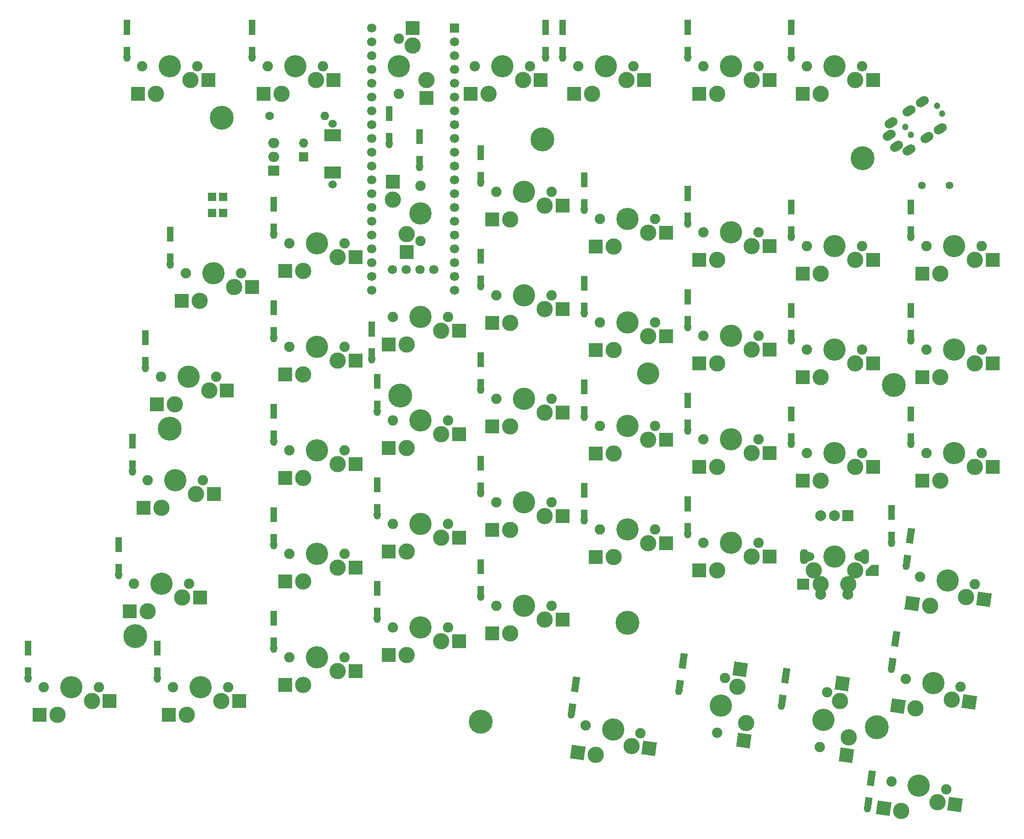
<source format=gbs>
%TF.GenerationSoftware,KiCad,Pcbnew,(6.0.5-0)*%
%TF.CreationDate,2023-01-19T18:27:40-08:00*%
%TF.ProjectId,ergodonk_pcb,6572676f-646f-46e6-9b5f-7063622e6b69,rev?*%
%TF.SameCoordinates,Original*%
%TF.FileFunction,Soldermask,Bot*%
%TF.FilePolarity,Negative*%
%FSLAX46Y46*%
G04 Gerber Fmt 4.6, Leading zero omitted, Abs format (unit mm)*
G04 Created by KiCad (PCBNEW (6.0.5-0)) date 2023-01-19 18:27:40*
%MOMM*%
%LPD*%
G01*
G04 APERTURE LIST*
G04 Aperture macros list*
%AMHorizOval*
0 Thick line with rounded ends*
0 $1 width*
0 $2 $3 position (X,Y) of the first rounded end (center of the circle)*
0 $4 $5 position (X,Y) of the second rounded end (center of the circle)*
0 Add line between two ends*
20,1,$1,$2,$3,$4,$5,0*
0 Add two circle primitives to create the rounded ends*
1,1,$1,$2,$3*
1,1,$1,$4,$5*%
%AMRotRect*
0 Rectangle, with rotation*
0 The origin of the aperture is its center*
0 $1 length*
0 $2 width*
0 $3 Rotation angle, in degrees counterclockwise*
0 Add horizontal line*
21,1,$1,$2,0,0,$3*%
%AMOutline5P*
0 Free polygon, 5 corners , with rotation*
0 The origin of the aperture is its center*
0 number of corners: always 5*
0 $1 to $10 corner X, Y*
0 $11 Rotation angle, in degrees counterclockwise*
0 create outline with 5 corners*
4,1,5,$1,$2,$3,$4,$5,$6,$7,$8,$9,$10,$1,$2,$11*%
%AMOutline6P*
0 Free polygon, 6 corners , with rotation*
0 The origin of the aperture is its center*
0 number of corners: always 6*
0 $1 to $12 corner X, Y*
0 $13 Rotation angle, in degrees counterclockwise*
0 create outline with 6 corners*
4,1,6,$1,$2,$3,$4,$5,$6,$7,$8,$9,$10,$11,$12,$1,$2,$13*%
%AMOutline7P*
0 Free polygon, 7 corners , with rotation*
0 The origin of the aperture is its center*
0 number of corners: always 7*
0 $1 to $14 corner X, Y*
0 $15 Rotation angle, in degrees counterclockwise*
0 create outline with 7 corners*
4,1,7,$1,$2,$3,$4,$5,$6,$7,$8,$9,$10,$11,$12,$13,$14,$1,$2,$15*%
%AMOutline8P*
0 Free polygon, 8 corners , with rotation*
0 The origin of the aperture is its center*
0 number of corners: always 8*
0 $1 to $16 corner X, Y*
0 $17 Rotation angle, in degrees counterclockwise*
0 create outline with 8 corners*
4,1,8,$1,$2,$3,$4,$5,$6,$7,$8,$9,$10,$11,$12,$13,$14,$15,$16,$1,$2,$17*%
G04 Aperture macros list end*
%ADD10C,3.000000*%
%ADD11C,1.900000*%
%ADD12C,4.100000*%
%ADD13R,2.550000X2.500000*%
%ADD14RotRect,2.550000X2.500000X82.000000*%
%ADD15C,0.700000*%
%ADD16C,4.400000*%
%ADD17R,2.500000X2.550000*%
%ADD18O,1.500000X2.800000*%
%ADD19C,1.700000*%
%ADD20R,2.000000X2.000000*%
%ADD21C,2.000000*%
%ADD22R,2.300000X2.000000*%
%ADD23Outline5P,-1.150000X0.000000X-0.150000X1.000000X1.150000X1.000000X1.150000X-1.000000X-1.150000X-1.000000X0.000000*%
%ADD24RotRect,2.550000X2.500000X352.000000*%
%ADD25R,1.524000X1.524000*%
%ADD26C,1.200000*%
%ADD27HorizOval,1.700000X-0.332394X-0.222518X0.332394X0.222518X0*%
%ADD28C,1.397000*%
%ADD29R,1.300000X1.400000*%
%ADD30R,1.300000X1.778000*%
%ADD31O,1.300000X1.778000*%
%ADD32RotRect,1.778000X1.300000X262.000000*%
%ADD33RotRect,1.400000X1.300000X82.000000*%
%ADD34HorizOval,1.300000X-0.033262X-0.236674X0.033262X0.236674X0*%
%ADD35R,2.000000X1.905000*%
%ADD36O,2.000000X1.905000*%
%ADD37R,3.120000X2.290000*%
%ADD38C,1.524000*%
%ADD39R,1.700000X1.700000*%
%ADD40O,1.700000X1.700000*%
%ADD41C,1.600000*%
%ADD42O,1.600000X1.600000*%
G04 APERTURE END LIST*
D10*
%TO.C,SWLH14*%
X118110000Y-60515000D03*
D11*
X109220000Y-57975000D03*
X119380000Y-57975000D03*
D12*
X114300000Y-57975000D03*
D10*
X111760000Y-63055000D03*
D13*
X121385000Y-60515000D03*
X108458000Y-63055000D03*
%TD*%
D11*
%TO.C,SWLH33*%
X100330000Y-100075000D03*
D12*
X95250000Y-100075000D03*
D10*
X99060000Y-102615000D03*
X92710000Y-105155000D03*
D11*
X90170000Y-100075000D03*
D13*
X102335000Y-102615000D03*
X89408000Y-105155000D03*
%TD*%
D10*
%TO.C,SWLH57*%
X172471125Y-151777315D03*
D11*
X170132594Y-150166175D03*
X168718596Y-160227299D03*
D10*
X174102657Y-158419017D03*
D12*
X169425595Y-155196737D03*
D14*
X172926917Y-148534187D03*
X173643108Y-161688882D03*
%TD*%
D15*
%TO.C,H7*%
X41149000Y-139827000D03*
X41632274Y-140993726D03*
X42799000Y-141477000D03*
X44449000Y-139827000D03*
X43965726Y-138660274D03*
D16*
X42799000Y-139827000D03*
D15*
X41632274Y-138660274D03*
X42799000Y-138177000D03*
X43965726Y-140993726D03*
%TD*%
D11*
%TO.C,SWLH35*%
X138430000Y-101075000D03*
D10*
X137160000Y-103615000D03*
D12*
X133350000Y-101075000D03*
D10*
X130810000Y-106155000D03*
D11*
X128270000Y-101075000D03*
D13*
X140435000Y-103615000D03*
X127508000Y-106155000D03*
%TD*%
D15*
%TO.C,H5*%
X132183274Y-138485476D03*
X134516726Y-138485476D03*
X132183274Y-136152024D03*
X134516726Y-136152024D03*
X131700000Y-137318750D03*
X133350000Y-138968750D03*
X135000000Y-137318750D03*
X133350000Y-135668750D03*
D16*
X133350000Y-137318750D03*
%TD*%
D11*
%TO.C,SWLH12*%
X81280000Y-67475000D03*
X71120000Y-67475000D03*
D10*
X80010000Y-70015000D03*
X73660000Y-72555000D03*
D12*
X76200000Y-67475000D03*
D13*
X83285000Y-70015000D03*
X70358000Y-72555000D03*
%TD*%
D12*
%TO.C,SWLH43*%
X95250000Y-119125000D03*
D10*
X99060000Y-121665000D03*
D11*
X100330000Y-119125000D03*
D10*
X92710000Y-124205000D03*
D11*
X90170000Y-119125000D03*
D13*
X102335000Y-121665000D03*
X89408000Y-124205000D03*
%TD*%
D10*
%TO.C,SWLH2*%
X69660000Y-40005000D03*
D11*
X67120000Y-34925000D03*
D12*
X72200000Y-34925000D03*
D11*
X77280000Y-34925000D03*
D10*
X76010000Y-37465000D03*
D13*
X79285000Y-37465000D03*
X66358000Y-40005000D03*
%TD*%
D11*
%TO.C,SWLH53*%
X100330000Y-138175000D03*
X90170000Y-138175000D03*
D10*
X92710000Y-143255000D03*
D12*
X95250000Y-138175000D03*
D10*
X99060000Y-140715000D03*
D13*
X102335000Y-140715000D03*
X89408000Y-143255000D03*
%TD*%
D12*
%TO.C,SWLH3*%
X91250000Y-34925000D03*
D11*
X91250000Y-29845000D03*
D10*
X93790000Y-31115000D03*
D11*
X91250000Y-40005000D03*
D10*
X96330000Y-37465000D03*
D17*
X93790000Y-27840000D03*
X96330000Y-40767000D03*
%TD*%
D10*
%TO.C,SWLH_ROT1*%
X167612000Y-127665001D03*
D18*
X165850000Y-125125000D03*
D10*
X168882000Y-130205000D03*
D12*
X171422000Y-125125000D03*
D11*
X166342000Y-125125000D03*
D10*
X173962000Y-130205000D03*
D19*
X175922000Y-125125000D03*
X166922000Y-125125000D03*
D10*
X175232000Y-127665000D03*
D18*
X177050000Y-125125000D03*
D11*
X176502000Y-125125000D03*
D20*
X173950000Y-117625000D03*
D21*
X168950000Y-117625000D03*
X171450000Y-117625000D03*
D22*
X165722000Y-130245000D03*
D21*
X173950000Y-132125000D03*
D23*
X178422000Y-127705000D03*
D21*
X168950000Y-132125000D03*
%TD*%
D12*
%TO.C,SWLH45*%
X133350000Y-120125000D03*
D11*
X138430000Y-120125000D03*
D10*
X130810000Y-125205000D03*
X137160000Y-122665000D03*
D11*
X128270000Y-120125000D03*
D13*
X140435000Y-122665000D03*
X127508000Y-125205000D03*
%TD*%
D16*
%TO.C,H4*%
X179248274Y-156539726D03*
D15*
X178081548Y-157706452D03*
X179248274Y-158189726D03*
X180415000Y-155373000D03*
X177598274Y-156539726D03*
X179248274Y-154889726D03*
X180898274Y-156539726D03*
X178081548Y-155373000D03*
X180415000Y-157706452D03*
%TD*%
D10*
%TO.C,SWLH68*%
X183742298Y-171957350D03*
X190384000Y-170325818D03*
D12*
X186964578Y-167280288D03*
D11*
X181934016Y-166573289D03*
X191995140Y-167987287D03*
D24*
X193627128Y-170781610D03*
X180472433Y-171497801D03*
%TD*%
D10*
%TO.C,SWLH27*%
X175260000Y-89565000D03*
D11*
X166370000Y-87025000D03*
X176530000Y-87025000D03*
D10*
X168910000Y-92105000D03*
D12*
X171450000Y-87025000D03*
D13*
X178535000Y-89565000D03*
X165608000Y-92105000D03*
%TD*%
D10*
%TO.C,SWLH4*%
X107760000Y-40005000D03*
D11*
X115380000Y-34925000D03*
D10*
X114110000Y-37465000D03*
D11*
X105220000Y-34925000D03*
D12*
X110300000Y-34925000D03*
D13*
X117385000Y-37465000D03*
X104458000Y-40005000D03*
%TD*%
D11*
%TO.C,SWLH65*%
X135732726Y-157675468D03*
D10*
X134121586Y-160013999D03*
D11*
X125671602Y-156261470D03*
D12*
X130702164Y-156968469D03*
D10*
X127479884Y-161645531D03*
D24*
X137364714Y-160469791D03*
X124210019Y-161185982D03*
%TD*%
D12*
%TO.C,SWLH22*%
X76200000Y-86525000D03*
D10*
X80010000Y-89065000D03*
D11*
X81280000Y-86525000D03*
D10*
X73660000Y-91605000D03*
D11*
X71120000Y-86525000D03*
D13*
X83285000Y-89065000D03*
X70358000Y-91605000D03*
%TD*%
D15*
%TO.C,H10*%
X90376548Y-94361000D03*
X90376548Y-96694452D03*
D16*
X91543274Y-95527726D03*
D15*
X92710000Y-94361000D03*
X93193274Y-95527726D03*
X92710000Y-96694452D03*
X91543274Y-97177726D03*
X89893274Y-95527726D03*
X91543274Y-93877726D03*
%TD*%
D12*
%TO.C,SWLH16*%
X152400000Y-65475000D03*
D11*
X147320000Y-65475000D03*
D10*
X149860000Y-70555000D03*
X156210000Y-68015000D03*
D11*
X157480000Y-65475000D03*
D13*
X159485000Y-68015000D03*
X146558000Y-70555000D03*
%TD*%
D10*
%TO.C,SWLH58*%
X186393545Y-153092743D03*
D11*
X194646387Y-149122680D03*
D10*
X193035247Y-151461211D03*
D11*
X184585263Y-147708682D03*
D12*
X189615825Y-148415681D03*
D24*
X196278375Y-151917003D03*
X183123680Y-152633194D03*
%TD*%
D11*
%TO.C,SWLH44*%
X119380000Y-115125000D03*
D10*
X118110000Y-117665000D03*
D11*
X109220000Y-115125000D03*
D12*
X114300000Y-115125000D03*
D10*
X111760000Y-120205000D03*
D13*
X121385000Y-117665000D03*
X108458000Y-120205000D03*
%TD*%
D15*
%TO.C,H3*%
X180722000Y-93599000D03*
X184022000Y-93599000D03*
X183538726Y-92432274D03*
D16*
X182372000Y-93599000D03*
D15*
X183538726Y-94765726D03*
X182372000Y-91949000D03*
X181205274Y-94765726D03*
X181205274Y-92432274D03*
X182372000Y-95249000D03*
%TD*%
%TO.C,H6*%
X104712500Y-155575000D03*
D16*
X106362500Y-155575000D03*
D15*
X105195774Y-156741726D03*
X105195774Y-154408274D03*
X107529226Y-154408274D03*
X106362500Y-153925000D03*
X108012500Y-155575000D03*
X107529226Y-156741726D03*
X106362500Y-157225000D03*
%TD*%
D12*
%TO.C,SWLH52*%
X76200000Y-143675000D03*
D11*
X81280000Y-143675000D03*
D10*
X73660000Y-148755000D03*
D11*
X71120000Y-143675000D03*
D10*
X80010000Y-146215000D03*
D13*
X83285000Y-146215000D03*
X70358000Y-148755000D03*
%TD*%
D10*
%TO.C,SWLH56*%
X153607169Y-149127013D03*
D11*
X151268638Y-147515873D03*
X149854640Y-157576997D03*
D12*
X150561639Y-152546435D03*
D10*
X155238701Y-155768715D03*
D14*
X154062961Y-145883885D03*
X154779152Y-159038580D03*
%TD*%
D15*
%TO.C,H1*%
X119379000Y-48387000D03*
X117729000Y-46737000D03*
X116562274Y-49553726D03*
X118895726Y-49553726D03*
X118895726Y-47220274D03*
X116562274Y-47220274D03*
X117729000Y-50037000D03*
D16*
X117729000Y-48387000D03*
D15*
X116079000Y-48387000D03*
%TD*%
D10*
%TO.C,SWLH28*%
X190960000Y-92105000D03*
D11*
X188420000Y-87025000D03*
X198580000Y-87025000D03*
D10*
X197310000Y-89565000D03*
D12*
X193500000Y-87025000D03*
D13*
X200585000Y-89565000D03*
X187658000Y-92105000D03*
%TD*%
D12*
%TO.C,SWLH26*%
X152400000Y-84525000D03*
D10*
X149860000Y-89605000D03*
D11*
X157480000Y-84525000D03*
X147320000Y-84525000D03*
D10*
X156210000Y-87065000D03*
D13*
X159485000Y-87065000D03*
X146558000Y-89605000D03*
%TD*%
D10*
%TO.C,SWLH24*%
X118110000Y-79565000D03*
X111760000Y-82105000D03*
D11*
X109220000Y-77025000D03*
D12*
X114300000Y-77025000D03*
D11*
X119380000Y-77025000D03*
D13*
X121385000Y-79565000D03*
X108458000Y-82105000D03*
%TD*%
D11*
%TO.C,SWLH7*%
X166370000Y-34925000D03*
X176530000Y-34925000D03*
D10*
X168910000Y-40005000D03*
D12*
X171450000Y-34925000D03*
D10*
X175260000Y-37465000D03*
D13*
X178535000Y-37465000D03*
X165608000Y-40005000D03*
%TD*%
D11*
%TO.C,SWLH31*%
X55245000Y-111075000D03*
D10*
X53975000Y-113615000D03*
D12*
X50165000Y-111075000D03*
D11*
X45085000Y-111075000D03*
D10*
X47625000Y-116155000D03*
D13*
X57250000Y-113615000D03*
X44323000Y-116155000D03*
%TD*%
D11*
%TO.C,SWLH41*%
X42545000Y-130125000D03*
D10*
X45085000Y-135205000D03*
D12*
X47625000Y-130125000D03*
D10*
X51435000Y-132665000D03*
D11*
X52705000Y-130125000D03*
D13*
X54710000Y-132665000D03*
X41783000Y-135205000D03*
%TD*%
D10*
%TO.C,SWLH38*%
X190960000Y-111155000D03*
D11*
X188420000Y-106075000D03*
X198580000Y-106075000D03*
D10*
X197310000Y-108615000D03*
D12*
X193500000Y-106075000D03*
D13*
X200585000Y-108615000D03*
X187658000Y-111155000D03*
%TD*%
D12*
%TO.C,SWLH6*%
X152400000Y-34925000D03*
D10*
X156210000Y-37465000D03*
D11*
X147320000Y-34925000D03*
X157480000Y-34925000D03*
D10*
X149860000Y-40005000D03*
D13*
X159485000Y-37465000D03*
X146558000Y-40005000D03*
%TD*%
D12*
%TO.C,SWLH46*%
X152400000Y-122625000D03*
D10*
X156210000Y-125165000D03*
X149860000Y-127705000D03*
D11*
X147320000Y-122625000D03*
X157480000Y-122625000D03*
D13*
X159485000Y-125165000D03*
X146558000Y-127705000D03*
%TD*%
D25*
%TO.C,JP1*%
X56928000Y-58928000D03*
X58928000Y-58928000D03*
X58928000Y-61928000D03*
X56928000Y-61928000D03*
%TD*%
D11*
%TO.C,SWLH21*%
X57626250Y-92025000D03*
D12*
X52546250Y-92025000D03*
D11*
X47466250Y-92025000D03*
D10*
X50006250Y-97105000D03*
X56356250Y-94565000D03*
D13*
X59631250Y-94565000D03*
X46704250Y-97105000D03*
%TD*%
D12*
%TO.C,SWLH51*%
X54768750Y-149175000D03*
D11*
X49688750Y-149175000D03*
X59848750Y-149175000D03*
D10*
X58578750Y-151715000D03*
X52228750Y-154255000D03*
D13*
X61853750Y-151715000D03*
X48926750Y-154255000D03*
%TD*%
D11*
%TO.C,SWLH34*%
X109220000Y-96075000D03*
D10*
X118110000Y-98615000D03*
D12*
X114300000Y-96075000D03*
D10*
X111760000Y-101155000D03*
D11*
X119380000Y-96075000D03*
D13*
X121385000Y-98615000D03*
X108458000Y-101155000D03*
%TD*%
D10*
%TO.C,SWLH50*%
X28416250Y-154255000D03*
X34766250Y-151715000D03*
D11*
X36036250Y-149175000D03*
D12*
X30956250Y-149175000D03*
D11*
X25876250Y-149175000D03*
D13*
X38041250Y-151715000D03*
X25114250Y-154255000D03*
%TD*%
D11*
%TO.C,SWLH37*%
X166370000Y-106075000D03*
X176530000Y-106075000D03*
D10*
X168910000Y-111155000D03*
X175260000Y-108615000D03*
D12*
X171450000Y-106075000D03*
D13*
X178535000Y-108615000D03*
X165608000Y-111155000D03*
%TD*%
D10*
%TO.C,SWLH5*%
X133160000Y-37465000D03*
D12*
X129350000Y-34925000D03*
D10*
X126810000Y-40005000D03*
D11*
X124270000Y-34925000D03*
X134430000Y-34925000D03*
D13*
X136435000Y-37465000D03*
X123508000Y-40005000D03*
%TD*%
D11*
%TO.C,SWLH42*%
X71120000Y-124625000D03*
X81280000Y-124625000D03*
D12*
X76200000Y-124625000D03*
D10*
X73660000Y-129705000D03*
X80010000Y-127165000D03*
D13*
X83285000Y-127165000D03*
X70358000Y-129705000D03*
%TD*%
D12*
%TO.C,SWLH48*%
X192267073Y-129551075D03*
D11*
X197297635Y-130258074D03*
X187236511Y-128844076D03*
D10*
X195686495Y-132596605D03*
X189044793Y-134228137D03*
D24*
X198929623Y-133052397D03*
X185774928Y-133768588D03*
%TD*%
D15*
%TO.C,H2*%
X176657000Y-50166000D03*
X175007000Y-51816000D03*
X177823726Y-52982726D03*
X175490274Y-50649274D03*
X177823726Y-50649274D03*
X178307000Y-51816000D03*
X176657000Y-53466000D03*
D16*
X176657000Y-51816000D03*
D15*
X175490274Y-52982726D03*
%TD*%
D11*
%TO.C,SWLH32*%
X71120000Y-105575000D03*
X81280000Y-105575000D03*
D12*
X76200000Y-105575000D03*
D10*
X80010000Y-108115000D03*
X73660000Y-110655000D03*
D13*
X83285000Y-108115000D03*
X70358000Y-110655000D03*
%TD*%
D10*
%TO.C,SWLH23*%
X92710000Y-86105000D03*
D11*
X90170000Y-81025000D03*
X100330000Y-81025000D03*
D10*
X99060000Y-83565000D03*
D12*
X95250000Y-81025000D03*
D13*
X102335000Y-83565000D03*
X89408000Y-86105000D03*
%TD*%
D12*
%TO.C,SWLH36*%
X152400000Y-103575000D03*
D11*
X157480000Y-103575000D03*
D10*
X156210000Y-106115000D03*
X149860000Y-108655000D03*
D11*
X147320000Y-103575000D03*
D13*
X159485000Y-106115000D03*
X146558000Y-108655000D03*
%TD*%
D12*
%TO.C,SWLH11*%
X57150000Y-72975000D03*
D10*
X60960000Y-75515000D03*
D11*
X62230000Y-72975000D03*
D10*
X54610000Y-78055000D03*
D11*
X52070000Y-72975000D03*
D13*
X64235000Y-75515000D03*
X51308000Y-78055000D03*
%TD*%
D26*
%TO.C,J1*%
X184495115Y-46073290D03*
X185468632Y-47527513D03*
X191285523Y-43633443D03*
X190312006Y-42179221D03*
D27*
X181558162Y-47618221D03*
X182921087Y-49654133D03*
X190957972Y-46379843D03*
X187648013Y-41435485D03*
X188465019Y-48048730D03*
X185155060Y-43104372D03*
X185141081Y-50273912D03*
X181831122Y-45329555D03*
%TD*%
D11*
%TO.C,SWLH17*%
X166370000Y-67975000D03*
X176530000Y-67975000D03*
D10*
X175260000Y-70515000D03*
X168910000Y-73055000D03*
D12*
X171450000Y-67975000D03*
D13*
X178535000Y-70515000D03*
X165608000Y-73055000D03*
%TD*%
D11*
%TO.C,SWLH54*%
X109220000Y-134175000D03*
D10*
X111760000Y-139255000D03*
D11*
X119380000Y-134175000D03*
D12*
X114300000Y-134175000D03*
D10*
X118110000Y-136715000D03*
D13*
X121385000Y-136715000D03*
X108458000Y-139255000D03*
%TD*%
D11*
%TO.C,SWLH18*%
X188420000Y-67975000D03*
X198580000Y-67975000D03*
D10*
X190960000Y-73055000D03*
D12*
X193500000Y-67975000D03*
D10*
X197310000Y-70515000D03*
D13*
X200585000Y-70515000D03*
X187658000Y-73055000D03*
%TD*%
D15*
%TO.C,H10*%
X138251726Y-90348274D03*
X136068274Y-90348274D03*
X137160000Y-89865000D03*
X135585000Y-91440000D03*
D12*
X137160000Y-91440000D03*
D15*
X138735000Y-91440000D03*
X137160000Y-93015000D03*
X136068274Y-92531726D03*
X138251726Y-92531726D03*
%TD*%
%TO.C,H8*%
X49149000Y-99950000D03*
X47982274Y-102766726D03*
X50315726Y-102766726D03*
X47982274Y-100433274D03*
D16*
X49149000Y-101600000D03*
D15*
X47499000Y-101600000D03*
X50315726Y-100433274D03*
X49149000Y-103250000D03*
X50799000Y-101600000D03*
%TD*%
D11*
%TO.C,SWLH25*%
X138430000Y-82025000D03*
D10*
X130810000Y-87105000D03*
X137160000Y-84565000D03*
D11*
X128270000Y-82025000D03*
D12*
X133350000Y-82025000D03*
D13*
X140435000Y-84565000D03*
X127508000Y-87105000D03*
%TD*%
D11*
%TO.C,SWLH1*%
X44070000Y-34925000D03*
X54230000Y-34925000D03*
D10*
X46610000Y-40005000D03*
X52960000Y-37465000D03*
D12*
X49150000Y-34925000D03*
D13*
X56235000Y-37465000D03*
X43308000Y-40005000D03*
%TD*%
D10*
%TO.C,SWLH13*%
X90170000Y-59435000D03*
D11*
X95250000Y-56895000D03*
D12*
X95250000Y-61975000D03*
D10*
X92710000Y-65785000D03*
D11*
X95250000Y-67055000D03*
D17*
X92710000Y-69060000D03*
X90170000Y-56133000D03*
%TD*%
D15*
%TO.C,H9*%
X57507274Y-45541000D03*
X59840726Y-43207548D03*
X58674000Y-46024274D03*
X60324000Y-44374274D03*
D16*
X58674000Y-44374274D03*
D15*
X58674000Y-42724274D03*
X57024000Y-44374274D03*
X57507274Y-43207548D03*
X59840726Y-45541000D03*
%TD*%
D28*
%TO.C,R1*%
X187547000Y-56801000D03*
X192627000Y-56801000D03*
%TD*%
D10*
%TO.C,SWLH15*%
X137160000Y-65515000D03*
D12*
X133350000Y-62975000D03*
D11*
X128270000Y-62975000D03*
D10*
X130810000Y-68055000D03*
D11*
X138430000Y-62975000D03*
D13*
X140435000Y-65515000D03*
X127508000Y-68055000D03*
%TD*%
D29*
%TO.C,D50*%
X23006250Y-142689000D03*
D30*
X23006250Y-141464000D03*
D31*
X23006250Y-147464000D03*
D29*
X23006250Y-146239000D03*
%TD*%
%TO.C,D11*%
X49200000Y-66489000D03*
D30*
X49200000Y-65264000D03*
D31*
X49200000Y-71264000D03*
D29*
X49200000Y-70039000D03*
%TD*%
%TO.C,D53*%
X87300000Y-131689000D03*
D30*
X87300000Y-130464000D03*
D29*
X87300000Y-135239000D03*
D31*
X87300000Y-136464000D03*
%TD*%
D30*
%TO.C,D42*%
X68250000Y-116914000D03*
D29*
X68250000Y-118139000D03*
D31*
X68250000Y-122914000D03*
D29*
X68250000Y-121689000D03*
%TD*%
D32*
%TO.C,D58*%
X182782551Y-139797470D03*
D33*
X182612064Y-141010548D03*
D34*
X181947513Y-145739078D03*
D33*
X182118000Y-144526000D03*
%TD*%
D30*
%TO.C,D13*%
X95123000Y-47340000D03*
D29*
X95123000Y-48565000D03*
X95123000Y-52115000D03*
D31*
X95123000Y-53340000D03*
%TD*%
D29*
%TO.C,D54*%
X106350000Y-127689000D03*
D30*
X106350000Y-126464000D03*
D31*
X106350000Y-132464000D03*
D29*
X106350000Y-131239000D03*
%TD*%
%TO.C,D52*%
X68250000Y-137189000D03*
D30*
X68250000Y-135964000D03*
D29*
X68250000Y-140739000D03*
D31*
X68250000Y-141964000D03*
%TD*%
D29*
%TO.C,D3*%
X89535000Y-44326000D03*
D30*
X89535000Y-43101000D03*
D31*
X89535000Y-49101000D03*
D29*
X89535000Y-47876000D03*
%TD*%
D30*
%TO.C,D15*%
X125400000Y-55264000D03*
D29*
X125400000Y-56489000D03*
D31*
X125400000Y-61264000D03*
D29*
X125400000Y-60039000D03*
%TD*%
%TO.C,D36*%
X144450000Y-97089000D03*
D30*
X144450000Y-95864000D03*
D31*
X144450000Y-101864000D03*
D29*
X144450000Y-100639000D03*
%TD*%
%TO.C,D22*%
X68250000Y-80039000D03*
D30*
X68250000Y-78814000D03*
D31*
X68250000Y-84814000D03*
D29*
X68250000Y-83589000D03*
%TD*%
D30*
%TO.C,D1*%
X41200000Y-27214000D03*
D29*
X41200000Y-28439000D03*
X41200000Y-31989000D03*
D31*
X41200000Y-33214000D03*
%TD*%
D29*
%TO.C,D6*%
X144450000Y-28439000D03*
D30*
X144450000Y-27214000D03*
D31*
X144450000Y-33214000D03*
D29*
X144450000Y-31989000D03*
%TD*%
D35*
%TO.C,Q1*%
X68227000Y-54101000D03*
D36*
X68227000Y-51561000D03*
X68227000Y-49021000D03*
%TD*%
D29*
%TO.C,D18*%
X185550000Y-61489000D03*
D30*
X185550000Y-60264000D03*
D31*
X185550000Y-66264000D03*
D29*
X185550000Y-65039000D03*
%TD*%
%TO.C,D27*%
X163500000Y-80539000D03*
D30*
X163500000Y-79314000D03*
D29*
X163500000Y-84089000D03*
D31*
X163500000Y-85314000D03*
%TD*%
D29*
%TO.C,D31*%
X42215000Y-104589000D03*
D30*
X42215000Y-103364000D03*
D31*
X42215000Y-109364000D03*
D29*
X42215000Y-108139000D03*
%TD*%
%TO.C,D46*%
X144450000Y-116139000D03*
D30*
X144450000Y-114914000D03*
D29*
X144450000Y-119689000D03*
D31*
X144450000Y-120914000D03*
%TD*%
D30*
%TO.C,D35*%
X125400000Y-93364000D03*
D29*
X125400000Y-94589000D03*
X125400000Y-98139000D03*
D31*
X125400000Y-99364000D03*
%TD*%
D29*
%TO.C,D17*%
X163500000Y-61489000D03*
D30*
X163500000Y-60264000D03*
D31*
X163500000Y-66264000D03*
D29*
X163500000Y-65039000D03*
%TD*%
D30*
%TO.C,D21*%
X44596250Y-84314000D03*
D29*
X44596250Y-85539000D03*
X44596250Y-89089000D03*
D31*
X44596250Y-90314000D03*
%TD*%
D30*
%TO.C,D16*%
X144450000Y-57764000D03*
D29*
X144450000Y-58989000D03*
D31*
X144450000Y-63764000D03*
D29*
X144450000Y-62539000D03*
%TD*%
%TO.C,D23*%
X86300000Y-83961000D03*
D30*
X86300000Y-82736000D03*
D29*
X86300000Y-87511000D03*
D31*
X86300000Y-88736000D03*
%TD*%
D30*
%TO.C,D34*%
X106350000Y-88364000D03*
D29*
X106350000Y-89589000D03*
X106350000Y-93139000D03*
D31*
X106350000Y-94364000D03*
%TD*%
D29*
%TO.C,D4*%
X118250000Y-28439000D03*
D30*
X118250000Y-27214000D03*
D31*
X118250000Y-33214000D03*
D29*
X118250000Y-31989000D03*
%TD*%
D32*
%TO.C,D68*%
X178344519Y-165431196D03*
D33*
X178174032Y-166644274D03*
X177679968Y-170159726D03*
D34*
X177509481Y-171372804D03*
%TD*%
D33*
%TO.C,D57*%
X162389513Y-147771078D03*
D32*
X162560000Y-146558000D03*
D33*
X161895449Y-151286530D03*
D34*
X161724962Y-152499608D03*
%TD*%
D30*
%TO.C,D7*%
X163500000Y-27214000D03*
D29*
X163500000Y-28439000D03*
X163500000Y-31989000D03*
D31*
X163500000Y-33214000D03*
%TD*%
D30*
%TO.C,D41*%
X39675000Y-122414000D03*
D29*
X39675000Y-123639000D03*
D31*
X39675000Y-128414000D03*
D29*
X39675000Y-127189000D03*
%TD*%
%TO.C,D2*%
X64250000Y-28439000D03*
D30*
X64250000Y-27214000D03*
D29*
X64250000Y-31989000D03*
D31*
X64250000Y-33214000D03*
%TD*%
D29*
%TO.C,D24*%
X106350000Y-70539000D03*
D30*
X106350000Y-69314000D03*
D29*
X106350000Y-74089000D03*
D31*
X106350000Y-75314000D03*
%TD*%
D30*
%TO.C,D5*%
X121400000Y-27214000D03*
D29*
X121400000Y-28439000D03*
D31*
X121400000Y-33214000D03*
D29*
X121400000Y-31989000D03*
%TD*%
D30*
%TO.C,D12*%
X68250000Y-59764000D03*
D29*
X68250000Y-60989000D03*
X68250000Y-64539000D03*
D31*
X68250000Y-65764000D03*
%TD*%
D30*
%TO.C,D33*%
X87300000Y-92364000D03*
D29*
X87300000Y-93589000D03*
X87300000Y-97139000D03*
D31*
X87300000Y-98364000D03*
%TD*%
D30*
%TO.C,D45*%
X125400000Y-112414000D03*
D29*
X125400000Y-113639000D03*
X125400000Y-117189000D03*
D31*
X125400000Y-118414000D03*
%TD*%
D37*
%TO.C,D_SOL_1*%
X79121000Y-54484000D03*
D38*
X79121000Y-56642000D03*
X79121000Y-45466000D03*
D37*
X79121000Y-47624000D03*
%TD*%
D30*
%TO.C,D43*%
X87300000Y-111414000D03*
D29*
X87300000Y-112639000D03*
X87300000Y-116189000D03*
D31*
X87300000Y-117414000D03*
%TD*%
D30*
%TO.C,D26*%
X144450000Y-76814000D03*
D29*
X144450000Y-78039000D03*
X144450000Y-81589000D03*
D31*
X144450000Y-82814000D03*
%TD*%
D39*
%TO.C,ULH1*%
X101550000Y-27845000D03*
D19*
X101550000Y-30385000D03*
X101550000Y-32925000D03*
X101550000Y-35465000D03*
X101550000Y-38005000D03*
X101550000Y-40545000D03*
X101550000Y-43085000D03*
X101550000Y-45625000D03*
X101550000Y-48165000D03*
X101550000Y-50705000D03*
X101550000Y-53245000D03*
X101550000Y-55785000D03*
X101550000Y-58325000D03*
X101550000Y-60865000D03*
X101550000Y-63405000D03*
X101550000Y-65945000D03*
X101550000Y-68485000D03*
X101550000Y-71025000D03*
X101550000Y-73565000D03*
X101550000Y-76105000D03*
X86310000Y-76105000D03*
X86310000Y-73565000D03*
X86310000Y-71025000D03*
X86310000Y-68485000D03*
X86310000Y-65945000D03*
X86310000Y-63405000D03*
X86310000Y-60865000D03*
X86310000Y-58325000D03*
X86310000Y-55785000D03*
X86310000Y-53245000D03*
X86310000Y-50705000D03*
X86310000Y-48165000D03*
X86310000Y-45625000D03*
X86310000Y-43085000D03*
X86310000Y-40545000D03*
X86310000Y-38005000D03*
X86310000Y-35465000D03*
X86310000Y-32925000D03*
X86310000Y-30385000D03*
X86310000Y-27845000D03*
X90118000Y-72294000D03*
X92658000Y-72294000D03*
X95198000Y-72294000D03*
X97738000Y-72294000D03*
%TD*%
D29*
%TO.C,D38*%
X185550000Y-99589000D03*
D30*
X185550000Y-98364000D03*
D29*
X185550000Y-103139000D03*
D31*
X185550000Y-104364000D03*
%TD*%
D39*
%TO.C,J_SOL_1*%
X73787000Y-51562000D03*
D40*
X73787000Y-49022000D03*
%TD*%
D29*
%TO.C,D14*%
X106350000Y-51489000D03*
D30*
X106350000Y-50264000D03*
D29*
X106350000Y-55039000D03*
D31*
X106350000Y-56264000D03*
%TD*%
D29*
%TO.C,D37*%
X163500000Y-99589000D03*
D30*
X163500000Y-98364000D03*
D31*
X163500000Y-104364000D03*
D29*
X163500000Y-103139000D03*
%TD*%
D30*
%TO.C,D44*%
X106350000Y-107414000D03*
D29*
X106350000Y-108639000D03*
D31*
X106350000Y-113414000D03*
D29*
X106350000Y-112189000D03*
%TD*%
D32*
%TO.C,D56*%
X143673519Y-143841196D03*
D33*
X143503032Y-145054274D03*
X143008968Y-148569726D03*
D34*
X142838481Y-149782804D03*
%TD*%
D30*
%TO.C,D32*%
X68250000Y-97864000D03*
D29*
X68250000Y-99089000D03*
D31*
X68250000Y-103864000D03*
D29*
X68250000Y-102639000D03*
%TD*%
D30*
%TO.C,D47*%
X181991000Y-116507000D03*
D29*
X181991000Y-117732000D03*
D31*
X181991000Y-122507000D03*
D29*
X181991000Y-121282000D03*
%TD*%
D41*
%TO.C,R2*%
X67447000Y-44081000D03*
D42*
X77607000Y-44081000D03*
%TD*%
D29*
%TO.C,D25*%
X125400000Y-75539000D03*
D30*
X125400000Y-74314000D03*
D29*
X125400000Y-79089000D03*
D31*
X125400000Y-80314000D03*
%TD*%
D33*
%TO.C,D48*%
X185322551Y-122017470D03*
D32*
X185493038Y-120804392D03*
D34*
X184658000Y-126746000D03*
D33*
X184828487Y-125532922D03*
%TD*%
D29*
%TO.C,D28*%
X185550000Y-80539000D03*
D30*
X185550000Y-79314000D03*
D29*
X185550000Y-84089000D03*
D31*
X185550000Y-85314000D03*
%TD*%
D29*
%TO.C,D51*%
X46818750Y-142689000D03*
D30*
X46818750Y-141464000D03*
D29*
X46818750Y-146239000D03*
D31*
X46818750Y-147464000D03*
%TD*%
D32*
%TO.C,D65*%
X123861519Y-148179470D03*
D33*
X123691032Y-149392548D03*
X123196968Y-152908000D03*
D34*
X123026481Y-154121078D03*
%TD*%
M02*

</source>
